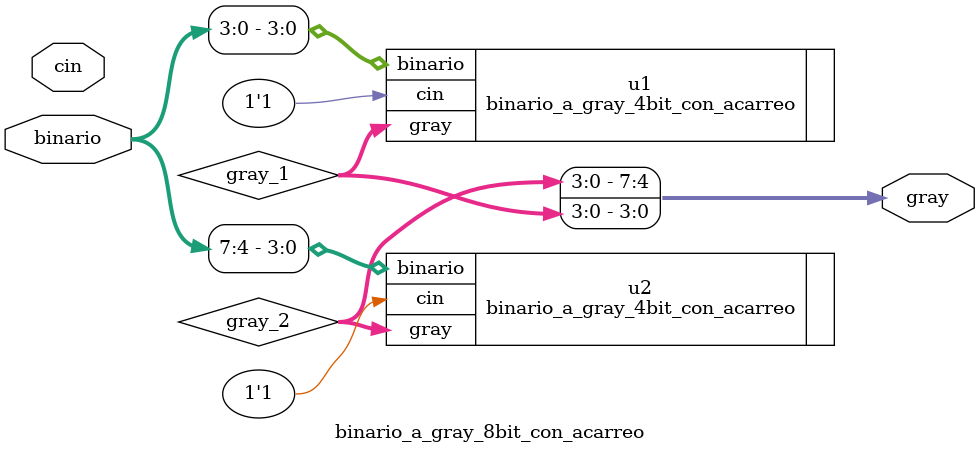
<source format=v>
`timescale 1ns / 1ps

module binario_a_gray_8bit_con_acarreo(input [7:0] binario, input cin, output reg [7:0] gray);
    wire [3:0] gray_1;
    wire [3:0] gray_2;
    wire c1;
    
    binario_a_gray_4bit_con_acarreo u1(.binario(binario[3:0]), .cin(1'b1), .gray(gray_1));
    binario_a_gray_4bit_con_acarreo u2(.binario(binario[7:4]), .cin(1'b1), .gray(gray_2));
    
    always @(*) begin
        gray[7] = gray_2[3];
        gray[6] = gray_2[2]; 
        gray[5] = gray_2[1];
        gray[4] = gray_2[0];
        gray[3:0] = gray_1;
       
    end
endmodule
</source>
